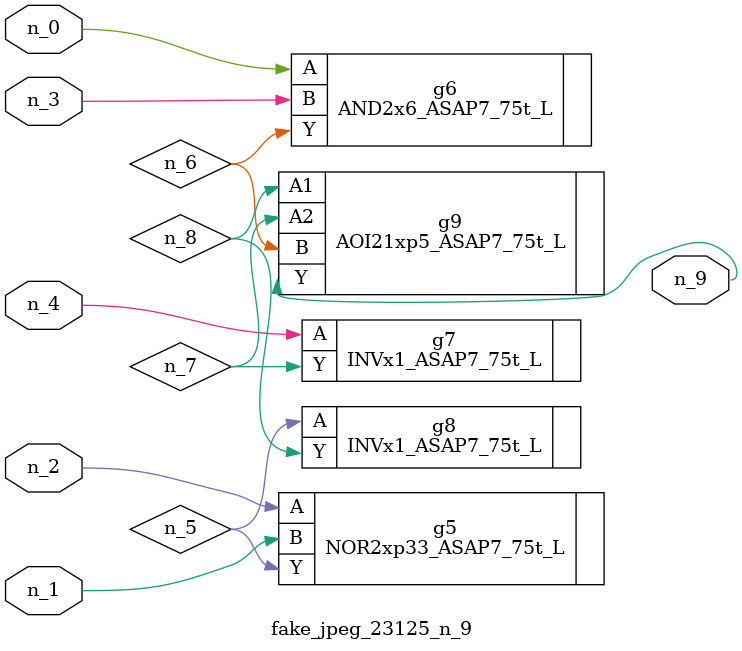
<source format=v>
module fake_jpeg_23125_n_9 (n_3, n_2, n_1, n_0, n_4, n_9);

input n_3;
input n_2;
input n_1;
input n_0;
input n_4;

output n_9;

wire n_8;
wire n_6;
wire n_5;
wire n_7;

NOR2xp33_ASAP7_75t_L g5 ( 
.A(n_2),
.B(n_1),
.Y(n_5)
);

AND2x6_ASAP7_75t_L g6 ( 
.A(n_0),
.B(n_3),
.Y(n_6)
);

INVx1_ASAP7_75t_L g7 ( 
.A(n_4),
.Y(n_7)
);

INVx1_ASAP7_75t_L g8 ( 
.A(n_5),
.Y(n_8)
);

AOI21xp5_ASAP7_75t_L g9 ( 
.A1(n_8),
.A2(n_7),
.B(n_6),
.Y(n_9)
);


endmodule
</source>
